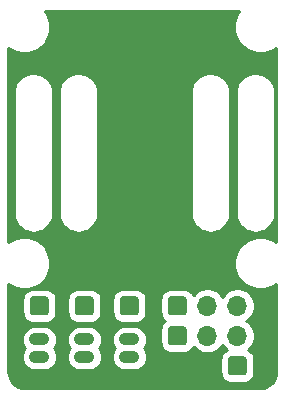
<source format=gbr>
%TF.GenerationSoftware,KiCad,Pcbnew,(5.1.9)-1*%
%TF.CreationDate,2022-05-31T00:32:49+01:00*%
%TF.ProjectId,board,626f6172-642e-46b6-9963-61645f706362,rev?*%
%TF.SameCoordinates,Original*%
%TF.FileFunction,Copper,L2,Bot*%
%TF.FilePolarity,Positive*%
%FSLAX46Y46*%
G04 Gerber Fmt 4.6, Leading zero omitted, Abs format (unit mm)*
G04 Created by KiCad (PCBNEW (5.1.9)-1) date 2022-05-31 00:32:49*
%MOMM*%
%LPD*%
G01*
G04 APERTURE LIST*
%TA.AperFunction,ComponentPad*%
%ADD10O,1.730000X1.030000*%
%TD*%
%TA.AperFunction,ComponentPad*%
%ADD11O,1.700000X1.700000*%
%TD*%
%TA.AperFunction,ComponentPad*%
%ADD12R,1.700000X1.700000*%
%TD*%
%TA.AperFunction,ViaPad*%
%ADD13C,0.800000*%
%TD*%
%TA.AperFunction,Conductor*%
%ADD14C,0.254000*%
%TD*%
%TA.AperFunction,Conductor*%
%ADD15C,0.100000*%
%TD*%
G04 APERTURE END LIST*
%TO.P,J13,1*%
%TO.N,Net-(J1-Pad6)*%
%TA.AperFunction,ComponentPad*%
G36*
G01*
X104686000Y-125434000D02*
X104686000Y-126534000D01*
G75*
G02*
X104436000Y-126784000I-250000J0D01*
G01*
X103336000Y-126784000D01*
G75*
G02*
X103086000Y-126534000I0J250000D01*
G01*
X103086000Y-125434000D01*
G75*
G02*
X103336000Y-125184000I250000J0D01*
G01*
X104436000Y-125184000D01*
G75*
G02*
X104686000Y-125434000I0J-250000D01*
G01*
G37*
%TD.AperFunction*%
%TD*%
%TO.P,J12,1*%
%TO.N,Net-(J11-Pad3)*%
%TA.AperFunction,ComponentPad*%
G36*
G01*
X116120000Y-129324000D02*
X115020000Y-129324000D01*
G75*
G02*
X114770000Y-129074000I0J250000D01*
G01*
X114770000Y-127974000D01*
G75*
G02*
X115020000Y-127724000I250000J0D01*
G01*
X116120000Y-127724000D01*
G75*
G02*
X116370000Y-127974000I0J-250000D01*
G01*
X116370000Y-129074000D01*
G75*
G02*
X116120000Y-129324000I-250000J0D01*
G01*
G37*
%TD.AperFunction*%
%TD*%
%TO.P,J10,1*%
%TO.N,+BATT*%
%TA.AperFunction,ComponentPad*%
G36*
G01*
X120100000Y-130264000D02*
X121200000Y-130264000D01*
G75*
G02*
X121450000Y-130514000I0J-250000D01*
G01*
X121450000Y-131614000D01*
G75*
G02*
X121200000Y-131864000I-250000J0D01*
G01*
X120100000Y-131864000D01*
G75*
G02*
X119850000Y-131614000I0J250000D01*
G01*
X119850000Y-130514000D01*
G75*
G02*
X120100000Y-130264000I250000J0D01*
G01*
G37*
%TD.AperFunction*%
%TD*%
%TO.P,J9,1*%
%TO.N,Net-(J1-Pad3)*%
%TA.AperFunction,ComponentPad*%
G36*
G01*
X116120000Y-126784000D02*
X115020000Y-126784000D01*
G75*
G02*
X114770000Y-126534000I0J250000D01*
G01*
X114770000Y-125434000D01*
G75*
G02*
X115020000Y-125184000I250000J0D01*
G01*
X116120000Y-125184000D01*
G75*
G02*
X116370000Y-125434000I0J-250000D01*
G01*
X116370000Y-126534000D01*
G75*
G02*
X116120000Y-126784000I-250000J0D01*
G01*
G37*
%TD.AperFunction*%
%TD*%
%TO.P,J8,1*%
%TO.N,Net-(J1-Pad4)*%
%TA.AperFunction,ComponentPad*%
G36*
G01*
X110706000Y-126534000D02*
X110706000Y-125434000D01*
G75*
G02*
X110956000Y-125184000I250000J0D01*
G01*
X112056000Y-125184000D01*
G75*
G02*
X112306000Y-125434000I0J-250000D01*
G01*
X112306000Y-126534000D01*
G75*
G02*
X112056000Y-126784000I-250000J0D01*
G01*
X110956000Y-126784000D01*
G75*
G02*
X110706000Y-126534000I0J250000D01*
G01*
G37*
%TD.AperFunction*%
%TD*%
%TO.P,J7,1*%
%TO.N,Net-(J1-Pad5)*%
%TA.AperFunction,ComponentPad*%
G36*
G01*
X106896000Y-126534000D02*
X106896000Y-125434000D01*
G75*
G02*
X107146000Y-125184000I250000J0D01*
G01*
X108246000Y-125184000D01*
G75*
G02*
X108496000Y-125434000I0J-250000D01*
G01*
X108496000Y-126534000D01*
G75*
G02*
X108246000Y-126784000I-250000J0D01*
G01*
X107146000Y-126784000D01*
G75*
G02*
X106896000Y-126534000I0J250000D01*
G01*
G37*
%TD.AperFunction*%
%TD*%
%TO.P,J6,1*%
%TO.N,GND*%
%TA.AperFunction,ComponentPad*%
G36*
G01*
X122640000Y-130264000D02*
X123740000Y-130264000D01*
G75*
G02*
X123990000Y-130514000I0J-250000D01*
G01*
X123990000Y-131614000D01*
G75*
G02*
X123740000Y-131864000I-250000J0D01*
G01*
X122640000Y-131864000D01*
G75*
G02*
X122390000Y-131614000I0J250000D01*
G01*
X122390000Y-130514000D01*
G75*
G02*
X122640000Y-130264000I250000J0D01*
G01*
G37*
%TD.AperFunction*%
%TD*%
D10*
%TO.P,J4,3*%
%TO.N,Net-(J1-Pad4)*%
X111506000Y-128826000D03*
%TO.P,J4,2*%
%TO.N,+BATT*%
X111506000Y-130326000D03*
%TO.P,J4,1*%
%TO.N,GND*%
%TA.AperFunction,ComponentPad*%
G36*
G01*
X112121001Y-132341000D02*
X110890999Y-132341000D01*
G75*
G02*
X110641000Y-132091001I0J249999D01*
G01*
X110641000Y-131560999D01*
G75*
G02*
X110890999Y-131311000I249999J0D01*
G01*
X112121001Y-131311000D01*
G75*
G02*
X112371000Y-131560999I0J-249999D01*
G01*
X112371000Y-132091001D01*
G75*
G02*
X112121001Y-132341000I-249999J0D01*
G01*
G37*
%TD.AperFunction*%
%TD*%
%TO.P,J3,3*%
%TO.N,Net-(J1-Pad5)*%
X107696000Y-128826000D03*
%TO.P,J3,2*%
%TO.N,+BATT*%
X107696000Y-130326000D03*
%TO.P,J3,1*%
%TO.N,GND*%
%TA.AperFunction,ComponentPad*%
G36*
G01*
X108311001Y-132341000D02*
X107080999Y-132341000D01*
G75*
G02*
X106831000Y-132091001I0J249999D01*
G01*
X106831000Y-131560999D01*
G75*
G02*
X107080999Y-131311000I249999J0D01*
G01*
X108311001Y-131311000D01*
G75*
G02*
X108561000Y-131560999I0J-249999D01*
G01*
X108561000Y-132091001D01*
G75*
G02*
X108311001Y-132341000I-249999J0D01*
G01*
G37*
%TD.AperFunction*%
%TD*%
%TO.P,J2,3*%
%TO.N,Net-(J1-Pad6)*%
X103886000Y-128826000D03*
%TO.P,J2,2*%
%TO.N,+BATT*%
X103886000Y-130326000D03*
%TO.P,J2,1*%
%TO.N,GND*%
%TA.AperFunction,ComponentPad*%
G36*
G01*
X104501001Y-132341000D02*
X103270999Y-132341000D01*
G75*
G02*
X103021000Y-132091001I0J249999D01*
G01*
X103021000Y-131560999D01*
G75*
G02*
X103270999Y-131311000I249999J0D01*
G01*
X104501001Y-131311000D01*
G75*
G02*
X104751000Y-131560999I0J-249999D01*
G01*
X104751000Y-132091001D01*
G75*
G02*
X104501001Y-132341000I-249999J0D01*
G01*
G37*
%TD.AperFunction*%
%TD*%
D11*
%TO.P,J11,3*%
%TO.N,Net-(J11-Pad3)*%
X118110000Y-128524000D03*
%TO.P,J11,2*%
%TO.N,+BATT*%
X120650000Y-128524000D03*
D12*
%TO.P,J11,1*%
%TO.N,GND*%
X123190000Y-128524000D03*
%TD*%
D11*
%TO.P,J5,3*%
%TO.N,Net-(J1-Pad3)*%
X118110000Y-125984000D03*
%TO.P,J5,2*%
%TO.N,+BATT*%
X120650000Y-125984000D03*
D12*
%TO.P,J5,1*%
%TO.N,GND*%
X123190000Y-125984000D03*
%TD*%
D13*
%TO.N,GND*%
X116586000Y-105918000D03*
%TD*%
D14*
%TO.N,GND*%
X120622458Y-101321120D02*
X120454582Y-101726408D01*
X120369000Y-102156660D01*
X120369000Y-102595340D01*
X120454582Y-103025592D01*
X120622458Y-103430880D01*
X120866176Y-103795630D01*
X121176370Y-104105824D01*
X121541120Y-104349542D01*
X121946408Y-104517418D01*
X122376660Y-104603000D01*
X122815340Y-104603000D01*
X123245592Y-104517418D01*
X123650880Y-104349542D01*
X123936244Y-104158868D01*
X123938494Y-120594635D01*
X123650880Y-120402458D01*
X123245592Y-120234582D01*
X122815340Y-120149000D01*
X122376660Y-120149000D01*
X121946408Y-120234582D01*
X121541120Y-120402458D01*
X121176370Y-120646176D01*
X120866176Y-120956370D01*
X120622458Y-121321120D01*
X120454582Y-121726408D01*
X120369000Y-122156660D01*
X120369000Y-122595340D01*
X120454582Y-123025592D01*
X120622458Y-123430880D01*
X120866176Y-123795630D01*
X121176370Y-124105824D01*
X121541120Y-124349542D01*
X121946408Y-124517418D01*
X122376660Y-124603000D01*
X122815340Y-124603000D01*
X123245592Y-124517418D01*
X123650880Y-124349542D01*
X123938981Y-124157039D01*
X123939996Y-131571760D01*
X123911375Y-131863660D01*
X123835965Y-132113429D01*
X123713477Y-132343794D01*
X123548579Y-132545979D01*
X123347546Y-132712288D01*
X123118046Y-132836378D01*
X122868805Y-132913531D01*
X122578911Y-132944000D01*
X102628279Y-132944000D01*
X102336340Y-132915375D01*
X102086571Y-132839965D01*
X101856206Y-132717477D01*
X101654021Y-132552579D01*
X101487712Y-132351546D01*
X101363622Y-132122046D01*
X101286469Y-131872805D01*
X101256000Y-131582911D01*
X101256000Y-128826000D01*
X102380436Y-128826000D01*
X102402640Y-129051439D01*
X102468398Y-129268215D01*
X102575184Y-129467997D01*
X102663820Y-129576000D01*
X102575184Y-129684003D01*
X102468398Y-129883785D01*
X102402640Y-130100561D01*
X102380436Y-130326000D01*
X102402640Y-130551439D01*
X102468398Y-130768215D01*
X102575184Y-130967997D01*
X102718893Y-131143107D01*
X102894003Y-131286816D01*
X103093785Y-131393602D01*
X103310561Y-131459360D01*
X103479508Y-131476000D01*
X104292492Y-131476000D01*
X104461439Y-131459360D01*
X104678215Y-131393602D01*
X104877997Y-131286816D01*
X105053107Y-131143107D01*
X105196816Y-130967997D01*
X105303602Y-130768215D01*
X105369360Y-130551439D01*
X105391564Y-130326000D01*
X105369360Y-130100561D01*
X105303602Y-129883785D01*
X105196816Y-129684003D01*
X105108180Y-129576000D01*
X105196816Y-129467997D01*
X105303602Y-129268215D01*
X105369360Y-129051439D01*
X105391564Y-128826000D01*
X106190436Y-128826000D01*
X106212640Y-129051439D01*
X106278398Y-129268215D01*
X106385184Y-129467997D01*
X106473820Y-129576000D01*
X106385184Y-129684003D01*
X106278398Y-129883785D01*
X106212640Y-130100561D01*
X106190436Y-130326000D01*
X106212640Y-130551439D01*
X106278398Y-130768215D01*
X106385184Y-130967997D01*
X106528893Y-131143107D01*
X106704003Y-131286816D01*
X106903785Y-131393602D01*
X107120561Y-131459360D01*
X107289508Y-131476000D01*
X108102492Y-131476000D01*
X108271439Y-131459360D01*
X108488215Y-131393602D01*
X108687997Y-131286816D01*
X108863107Y-131143107D01*
X109006816Y-130967997D01*
X109113602Y-130768215D01*
X109179360Y-130551439D01*
X109201564Y-130326000D01*
X109179360Y-130100561D01*
X109113602Y-129883785D01*
X109006816Y-129684003D01*
X108918180Y-129576000D01*
X109006816Y-129467997D01*
X109113602Y-129268215D01*
X109179360Y-129051439D01*
X109201564Y-128826000D01*
X110000436Y-128826000D01*
X110022640Y-129051439D01*
X110088398Y-129268215D01*
X110195184Y-129467997D01*
X110283820Y-129576000D01*
X110195184Y-129684003D01*
X110088398Y-129883785D01*
X110022640Y-130100561D01*
X110000436Y-130326000D01*
X110022640Y-130551439D01*
X110088398Y-130768215D01*
X110195184Y-130967997D01*
X110338893Y-131143107D01*
X110514003Y-131286816D01*
X110713785Y-131393602D01*
X110930561Y-131459360D01*
X111099508Y-131476000D01*
X111912492Y-131476000D01*
X112081439Y-131459360D01*
X112298215Y-131393602D01*
X112497997Y-131286816D01*
X112673107Y-131143107D01*
X112816816Y-130967997D01*
X112923602Y-130768215D01*
X112989360Y-130551439D01*
X113011564Y-130326000D01*
X112989360Y-130100561D01*
X112923602Y-129883785D01*
X112816816Y-129684003D01*
X112728180Y-129576000D01*
X112816816Y-129467997D01*
X112923602Y-129268215D01*
X112989360Y-129051439D01*
X113011564Y-128826000D01*
X112989360Y-128600561D01*
X112923602Y-128383785D01*
X112816816Y-128184003D01*
X112673107Y-128008893D01*
X112497997Y-127865184D01*
X112298215Y-127758398D01*
X112081439Y-127692640D01*
X111912492Y-127676000D01*
X111099508Y-127676000D01*
X110930561Y-127692640D01*
X110713785Y-127758398D01*
X110514003Y-127865184D01*
X110338893Y-128008893D01*
X110195184Y-128184003D01*
X110088398Y-128383785D01*
X110022640Y-128600561D01*
X110000436Y-128826000D01*
X109201564Y-128826000D01*
X109179360Y-128600561D01*
X109113602Y-128383785D01*
X109006816Y-128184003D01*
X108863107Y-128008893D01*
X108687997Y-127865184D01*
X108488215Y-127758398D01*
X108271439Y-127692640D01*
X108102492Y-127676000D01*
X107289508Y-127676000D01*
X107120561Y-127692640D01*
X106903785Y-127758398D01*
X106704003Y-127865184D01*
X106528893Y-128008893D01*
X106385184Y-128184003D01*
X106278398Y-128383785D01*
X106212640Y-128600561D01*
X106190436Y-128826000D01*
X105391564Y-128826000D01*
X105369360Y-128600561D01*
X105303602Y-128383785D01*
X105196816Y-128184003D01*
X105053107Y-128008893D01*
X104877997Y-127865184D01*
X104678215Y-127758398D01*
X104461439Y-127692640D01*
X104292492Y-127676000D01*
X103479508Y-127676000D01*
X103310561Y-127692640D01*
X103093785Y-127758398D01*
X102894003Y-127865184D01*
X102718893Y-128008893D01*
X102575184Y-128184003D01*
X102468398Y-128383785D01*
X102402640Y-128600561D01*
X102380436Y-128826000D01*
X101256000Y-128826000D01*
X101256000Y-125434000D01*
X102447928Y-125434000D01*
X102447928Y-126534000D01*
X102464992Y-126707254D01*
X102515528Y-126873850D01*
X102597595Y-127027386D01*
X102708038Y-127161962D01*
X102842614Y-127272405D01*
X102996150Y-127354472D01*
X103162746Y-127405008D01*
X103336000Y-127422072D01*
X104436000Y-127422072D01*
X104609254Y-127405008D01*
X104775850Y-127354472D01*
X104929386Y-127272405D01*
X105063962Y-127161962D01*
X105174405Y-127027386D01*
X105256472Y-126873850D01*
X105307008Y-126707254D01*
X105324072Y-126534000D01*
X105324072Y-125434000D01*
X106257928Y-125434000D01*
X106257928Y-126534000D01*
X106274992Y-126707254D01*
X106325528Y-126873850D01*
X106407595Y-127027386D01*
X106518038Y-127161962D01*
X106652614Y-127272405D01*
X106806150Y-127354472D01*
X106972746Y-127405008D01*
X107146000Y-127422072D01*
X108246000Y-127422072D01*
X108419254Y-127405008D01*
X108585850Y-127354472D01*
X108739386Y-127272405D01*
X108873962Y-127161962D01*
X108984405Y-127027386D01*
X109066472Y-126873850D01*
X109117008Y-126707254D01*
X109134072Y-126534000D01*
X109134072Y-125434000D01*
X110067928Y-125434000D01*
X110067928Y-126534000D01*
X110084992Y-126707254D01*
X110135528Y-126873850D01*
X110217595Y-127027386D01*
X110328038Y-127161962D01*
X110462614Y-127272405D01*
X110616150Y-127354472D01*
X110782746Y-127405008D01*
X110956000Y-127422072D01*
X112056000Y-127422072D01*
X112229254Y-127405008D01*
X112395850Y-127354472D01*
X112549386Y-127272405D01*
X112683962Y-127161962D01*
X112794405Y-127027386D01*
X112876472Y-126873850D01*
X112927008Y-126707254D01*
X112944072Y-126534000D01*
X112944072Y-125434000D01*
X114131928Y-125434000D01*
X114131928Y-126534000D01*
X114148992Y-126707254D01*
X114199528Y-126873850D01*
X114281595Y-127027386D01*
X114392038Y-127161962D01*
X114504187Y-127254000D01*
X114392038Y-127346038D01*
X114281595Y-127480614D01*
X114199528Y-127634150D01*
X114148992Y-127800746D01*
X114131928Y-127974000D01*
X114131928Y-129074000D01*
X114148992Y-129247254D01*
X114199528Y-129413850D01*
X114281595Y-129567386D01*
X114392038Y-129701962D01*
X114526614Y-129812405D01*
X114680150Y-129894472D01*
X114846746Y-129945008D01*
X115020000Y-129962072D01*
X116120000Y-129962072D01*
X116293254Y-129945008D01*
X116459850Y-129894472D01*
X116613386Y-129812405D01*
X116747962Y-129701962D01*
X116858405Y-129567386D01*
X116930745Y-129432049D01*
X116956525Y-129470632D01*
X117163368Y-129677475D01*
X117406589Y-129839990D01*
X117676842Y-129951932D01*
X117963740Y-130009000D01*
X118256260Y-130009000D01*
X118543158Y-129951932D01*
X118813411Y-129839990D01*
X119056632Y-129677475D01*
X119263475Y-129470632D01*
X119380000Y-129296240D01*
X119496525Y-129470632D01*
X119703368Y-129677475D01*
X119741951Y-129703255D01*
X119606614Y-129775595D01*
X119472038Y-129886038D01*
X119361595Y-130020614D01*
X119279528Y-130174150D01*
X119228992Y-130340746D01*
X119211928Y-130514000D01*
X119211928Y-131614000D01*
X119228992Y-131787254D01*
X119279528Y-131953850D01*
X119361595Y-132107386D01*
X119472038Y-132241962D01*
X119606614Y-132352405D01*
X119760150Y-132434472D01*
X119926746Y-132485008D01*
X120100000Y-132502072D01*
X121200000Y-132502072D01*
X121373254Y-132485008D01*
X121539850Y-132434472D01*
X121693386Y-132352405D01*
X121827962Y-132241962D01*
X121938405Y-132107386D01*
X122020472Y-131953850D01*
X122071008Y-131787254D01*
X122088072Y-131614000D01*
X122088072Y-130514000D01*
X122071008Y-130340746D01*
X122020472Y-130174150D01*
X121938405Y-130020614D01*
X121827962Y-129886038D01*
X121693386Y-129775595D01*
X121558049Y-129703255D01*
X121596632Y-129677475D01*
X121803475Y-129470632D01*
X121965990Y-129227411D01*
X122077932Y-128957158D01*
X122135000Y-128670260D01*
X122135000Y-128377740D01*
X122077932Y-128090842D01*
X121965990Y-127820589D01*
X121803475Y-127577368D01*
X121596632Y-127370525D01*
X121422240Y-127254000D01*
X121596632Y-127137475D01*
X121803475Y-126930632D01*
X121965990Y-126687411D01*
X122077932Y-126417158D01*
X122135000Y-126130260D01*
X122135000Y-125837740D01*
X122077932Y-125550842D01*
X121965990Y-125280589D01*
X121803475Y-125037368D01*
X121596632Y-124830525D01*
X121353411Y-124668010D01*
X121083158Y-124556068D01*
X120796260Y-124499000D01*
X120503740Y-124499000D01*
X120216842Y-124556068D01*
X119946589Y-124668010D01*
X119703368Y-124830525D01*
X119496525Y-125037368D01*
X119380000Y-125211760D01*
X119263475Y-125037368D01*
X119056632Y-124830525D01*
X118813411Y-124668010D01*
X118543158Y-124556068D01*
X118256260Y-124499000D01*
X117963740Y-124499000D01*
X117676842Y-124556068D01*
X117406589Y-124668010D01*
X117163368Y-124830525D01*
X116956525Y-125037368D01*
X116930745Y-125075951D01*
X116858405Y-124940614D01*
X116747962Y-124806038D01*
X116613386Y-124695595D01*
X116459850Y-124613528D01*
X116293254Y-124562992D01*
X116120000Y-124545928D01*
X115020000Y-124545928D01*
X114846746Y-124562992D01*
X114680150Y-124613528D01*
X114526614Y-124695595D01*
X114392038Y-124806038D01*
X114281595Y-124940614D01*
X114199528Y-125094150D01*
X114148992Y-125260746D01*
X114131928Y-125434000D01*
X112944072Y-125434000D01*
X112927008Y-125260746D01*
X112876472Y-125094150D01*
X112794405Y-124940614D01*
X112683962Y-124806038D01*
X112549386Y-124695595D01*
X112395850Y-124613528D01*
X112229254Y-124562992D01*
X112056000Y-124545928D01*
X110956000Y-124545928D01*
X110782746Y-124562992D01*
X110616150Y-124613528D01*
X110462614Y-124695595D01*
X110328038Y-124806038D01*
X110217595Y-124940614D01*
X110135528Y-125094150D01*
X110084992Y-125260746D01*
X110067928Y-125434000D01*
X109134072Y-125434000D01*
X109117008Y-125260746D01*
X109066472Y-125094150D01*
X108984405Y-124940614D01*
X108873962Y-124806038D01*
X108739386Y-124695595D01*
X108585850Y-124613528D01*
X108419254Y-124562992D01*
X108246000Y-124545928D01*
X107146000Y-124545928D01*
X106972746Y-124562992D01*
X106806150Y-124613528D01*
X106652614Y-124695595D01*
X106518038Y-124806038D01*
X106407595Y-124940614D01*
X106325528Y-125094150D01*
X106274992Y-125260746D01*
X106257928Y-125434000D01*
X105324072Y-125434000D01*
X105307008Y-125260746D01*
X105256472Y-125094150D01*
X105174405Y-124940614D01*
X105063962Y-124806038D01*
X104929386Y-124695595D01*
X104775850Y-124613528D01*
X104609254Y-124562992D01*
X104436000Y-124545928D01*
X103336000Y-124545928D01*
X103162746Y-124562992D01*
X102996150Y-124613528D01*
X102842614Y-124695595D01*
X102708038Y-124806038D01*
X102597595Y-124940614D01*
X102515528Y-125094150D01*
X102464992Y-125260746D01*
X102447928Y-125434000D01*
X101256000Y-125434000D01*
X101256000Y-124159031D01*
X101541120Y-124349542D01*
X101946408Y-124517418D01*
X102376660Y-124603000D01*
X102815340Y-124603000D01*
X103245592Y-124517418D01*
X103650880Y-124349542D01*
X104015630Y-124105824D01*
X104325824Y-123795630D01*
X104569542Y-123430880D01*
X104737418Y-123025592D01*
X104823000Y-122595340D01*
X104823000Y-122156660D01*
X104737418Y-121726408D01*
X104569542Y-121321120D01*
X104325824Y-120956370D01*
X104015630Y-120646176D01*
X103650880Y-120402458D01*
X103245592Y-120234582D01*
X102815340Y-120149000D01*
X102376660Y-120149000D01*
X101946408Y-120234582D01*
X101541120Y-120402458D01*
X101256000Y-120592969D01*
X101256000Y-107917582D01*
X101702000Y-107917582D01*
X101702001Y-118142419D01*
X101705249Y-118175397D01*
X101705249Y-118188591D01*
X101706212Y-118197756D01*
X101728315Y-118394808D01*
X101740747Y-118453295D01*
X101752370Y-118511997D01*
X101755096Y-118520800D01*
X101815052Y-118709808D01*
X101838612Y-118764778D01*
X101861414Y-118820099D01*
X101865797Y-118828205D01*
X101961324Y-119001966D01*
X101995130Y-119051338D01*
X102028221Y-119101144D01*
X102034095Y-119108245D01*
X102161552Y-119260142D01*
X102204263Y-119301968D01*
X102246441Y-119344442D01*
X102253583Y-119350266D01*
X102408116Y-119474515D01*
X102458170Y-119507269D01*
X102507765Y-119540722D01*
X102515901Y-119545048D01*
X102691625Y-119636914D01*
X102747078Y-119659318D01*
X102802233Y-119682503D01*
X102811055Y-119685166D01*
X103001276Y-119741151D01*
X103060010Y-119752355D01*
X103118633Y-119764389D01*
X103127805Y-119765288D01*
X103325277Y-119783259D01*
X103385094Y-119782841D01*
X103444911Y-119783259D01*
X103454083Y-119782359D01*
X103651284Y-119761632D01*
X103709834Y-119749613D01*
X103768639Y-119738396D01*
X103777461Y-119735732D01*
X103966882Y-119677097D01*
X104022009Y-119653924D01*
X104077492Y-119631507D01*
X104085629Y-119627181D01*
X104260052Y-119532870D01*
X104309636Y-119499425D01*
X104359699Y-119466665D01*
X104366840Y-119460841D01*
X104519624Y-119334446D01*
X104561744Y-119292031D01*
X104604513Y-119250149D01*
X104610387Y-119243048D01*
X104735711Y-119089386D01*
X104768803Y-119039577D01*
X104802610Y-118990205D01*
X104806993Y-118982098D01*
X104900084Y-118807020D01*
X104922875Y-118751725D01*
X104946446Y-118696730D01*
X104949171Y-118687926D01*
X105006482Y-118498100D01*
X105018098Y-118439434D01*
X105030537Y-118380913D01*
X105031500Y-118371748D01*
X105050850Y-118174407D01*
X105050850Y-118174402D01*
X105054000Y-118142419D01*
X105054000Y-107917582D01*
X105512000Y-107917582D01*
X105512001Y-118142419D01*
X105515249Y-118175397D01*
X105515249Y-118188591D01*
X105516212Y-118197756D01*
X105538315Y-118394808D01*
X105550747Y-118453295D01*
X105562370Y-118511997D01*
X105565096Y-118520800D01*
X105625052Y-118709808D01*
X105648612Y-118764778D01*
X105671414Y-118820099D01*
X105675797Y-118828205D01*
X105771324Y-119001966D01*
X105805130Y-119051338D01*
X105838221Y-119101144D01*
X105844095Y-119108245D01*
X105971552Y-119260142D01*
X106014263Y-119301968D01*
X106056441Y-119344442D01*
X106063583Y-119350266D01*
X106218116Y-119474515D01*
X106268170Y-119507269D01*
X106317765Y-119540722D01*
X106325901Y-119545048D01*
X106501625Y-119636914D01*
X106557078Y-119659318D01*
X106612233Y-119682503D01*
X106621055Y-119685166D01*
X106811276Y-119741151D01*
X106870010Y-119752355D01*
X106928633Y-119764389D01*
X106937805Y-119765288D01*
X107135277Y-119783259D01*
X107195094Y-119782841D01*
X107254911Y-119783259D01*
X107264083Y-119782359D01*
X107461284Y-119761632D01*
X107519834Y-119749613D01*
X107578639Y-119738396D01*
X107587461Y-119735732D01*
X107776882Y-119677097D01*
X107832009Y-119653924D01*
X107887492Y-119631507D01*
X107895629Y-119627181D01*
X108070052Y-119532870D01*
X108119636Y-119499425D01*
X108169699Y-119466665D01*
X108176840Y-119460841D01*
X108329624Y-119334446D01*
X108371744Y-119292031D01*
X108414513Y-119250149D01*
X108420387Y-119243048D01*
X108545711Y-119089386D01*
X108578803Y-119039577D01*
X108612610Y-118990205D01*
X108616993Y-118982098D01*
X108710084Y-118807020D01*
X108732875Y-118751725D01*
X108756446Y-118696730D01*
X108759171Y-118687926D01*
X108816482Y-118498100D01*
X108828098Y-118439434D01*
X108840537Y-118380913D01*
X108841500Y-118371748D01*
X108860850Y-118174407D01*
X108860850Y-118174402D01*
X108864000Y-118142419D01*
X108864000Y-107917582D01*
X116688000Y-107917582D01*
X116688001Y-118142419D01*
X116691249Y-118175397D01*
X116691249Y-118188591D01*
X116692212Y-118197756D01*
X116714315Y-118394808D01*
X116726747Y-118453295D01*
X116738370Y-118511997D01*
X116741096Y-118520800D01*
X116801052Y-118709808D01*
X116824612Y-118764778D01*
X116847414Y-118820099D01*
X116851797Y-118828205D01*
X116947324Y-119001966D01*
X116981130Y-119051338D01*
X117014221Y-119101144D01*
X117020095Y-119108245D01*
X117147552Y-119260142D01*
X117190263Y-119301968D01*
X117232441Y-119344442D01*
X117239583Y-119350266D01*
X117394116Y-119474515D01*
X117444170Y-119507269D01*
X117493765Y-119540722D01*
X117501901Y-119545048D01*
X117677625Y-119636914D01*
X117733078Y-119659318D01*
X117788233Y-119682503D01*
X117797055Y-119685166D01*
X117987276Y-119741151D01*
X118046010Y-119752355D01*
X118104633Y-119764389D01*
X118113805Y-119765288D01*
X118311277Y-119783259D01*
X118371094Y-119782841D01*
X118430911Y-119783259D01*
X118440083Y-119782359D01*
X118637284Y-119761632D01*
X118695834Y-119749613D01*
X118754639Y-119738396D01*
X118763461Y-119735732D01*
X118952882Y-119677097D01*
X119008009Y-119653924D01*
X119063492Y-119631507D01*
X119071629Y-119627181D01*
X119246052Y-119532870D01*
X119295636Y-119499425D01*
X119345699Y-119466665D01*
X119352840Y-119460841D01*
X119505624Y-119334446D01*
X119547744Y-119292031D01*
X119590513Y-119250149D01*
X119596387Y-119243048D01*
X119721711Y-119089386D01*
X119754803Y-119039577D01*
X119788610Y-118990205D01*
X119792993Y-118982098D01*
X119886084Y-118807020D01*
X119908875Y-118751725D01*
X119932446Y-118696730D01*
X119935171Y-118687926D01*
X119992482Y-118498100D01*
X120004098Y-118439434D01*
X120016537Y-118380913D01*
X120017500Y-118371748D01*
X120036850Y-118174407D01*
X120036850Y-118174402D01*
X120040000Y-118142419D01*
X120040000Y-107917582D01*
X120498000Y-107917582D01*
X120498001Y-118142419D01*
X120501249Y-118175397D01*
X120501249Y-118188591D01*
X120502212Y-118197756D01*
X120524315Y-118394808D01*
X120536747Y-118453295D01*
X120548370Y-118511997D01*
X120551096Y-118520800D01*
X120611052Y-118709808D01*
X120634612Y-118764778D01*
X120657414Y-118820099D01*
X120661797Y-118828205D01*
X120757324Y-119001966D01*
X120791130Y-119051338D01*
X120824221Y-119101144D01*
X120830095Y-119108245D01*
X120957552Y-119260142D01*
X121000263Y-119301968D01*
X121042441Y-119344442D01*
X121049583Y-119350266D01*
X121204116Y-119474515D01*
X121254170Y-119507269D01*
X121303765Y-119540722D01*
X121311901Y-119545048D01*
X121487625Y-119636914D01*
X121543078Y-119659318D01*
X121598233Y-119682503D01*
X121607055Y-119685166D01*
X121797276Y-119741151D01*
X121856010Y-119752355D01*
X121914633Y-119764389D01*
X121923805Y-119765288D01*
X122121277Y-119783259D01*
X122181094Y-119782841D01*
X122240911Y-119783259D01*
X122250083Y-119782359D01*
X122447284Y-119761632D01*
X122505834Y-119749613D01*
X122564639Y-119738396D01*
X122573461Y-119735732D01*
X122762882Y-119677097D01*
X122818009Y-119653924D01*
X122873492Y-119631507D01*
X122881629Y-119627181D01*
X123056052Y-119532870D01*
X123105636Y-119499425D01*
X123155699Y-119466665D01*
X123162840Y-119460841D01*
X123315624Y-119334446D01*
X123357744Y-119292031D01*
X123400513Y-119250149D01*
X123406387Y-119243048D01*
X123531711Y-119089386D01*
X123564803Y-119039577D01*
X123598610Y-118990205D01*
X123602993Y-118982098D01*
X123696084Y-118807020D01*
X123718875Y-118751725D01*
X123742446Y-118696730D01*
X123745171Y-118687926D01*
X123802482Y-118498100D01*
X123814098Y-118439434D01*
X123826537Y-118380913D01*
X123827500Y-118371748D01*
X123846850Y-118174407D01*
X123846850Y-118174402D01*
X123850000Y-118142419D01*
X123850000Y-107917581D01*
X123846751Y-107884593D01*
X123846751Y-107871409D01*
X123845788Y-107862244D01*
X123823685Y-107665192D01*
X123811251Y-107606699D01*
X123799630Y-107548003D01*
X123796904Y-107539200D01*
X123736948Y-107350193D01*
X123713400Y-107295249D01*
X123690586Y-107239900D01*
X123686203Y-107231794D01*
X123590676Y-107058034D01*
X123556892Y-107008695D01*
X123523779Y-106958855D01*
X123517905Y-106951755D01*
X123390448Y-106799857D01*
X123347718Y-106758013D01*
X123305559Y-106715558D01*
X123298417Y-106709734D01*
X123143883Y-106585485D01*
X123093847Y-106552742D01*
X123044235Y-106519278D01*
X123036098Y-106514952D01*
X122860375Y-106423086D01*
X122804936Y-106400688D01*
X122749768Y-106377497D01*
X122740946Y-106374834D01*
X122550724Y-106318849D01*
X122492016Y-106307650D01*
X122433367Y-106295611D01*
X122424195Y-106294712D01*
X122226723Y-106276741D01*
X122166906Y-106277159D01*
X122107088Y-106276741D01*
X122097917Y-106277641D01*
X121900715Y-106298368D01*
X121842151Y-106310390D01*
X121783362Y-106321604D01*
X121774540Y-106324268D01*
X121585118Y-106382903D01*
X121530005Y-106406071D01*
X121474507Y-106428493D01*
X121466371Y-106432820D01*
X121291947Y-106527130D01*
X121242331Y-106560597D01*
X121192301Y-106593335D01*
X121185160Y-106599159D01*
X121032376Y-106725553D01*
X120990237Y-106767988D01*
X120947487Y-106809851D01*
X120941613Y-106816952D01*
X120816289Y-106970614D01*
X120783174Y-107020456D01*
X120749390Y-107069796D01*
X120745007Y-107077902D01*
X120651916Y-107252980D01*
X120629125Y-107308275D01*
X120605554Y-107363270D01*
X120602829Y-107372073D01*
X120545518Y-107561900D01*
X120533900Y-107620580D01*
X120521463Y-107679087D01*
X120520500Y-107688252D01*
X120501150Y-107885594D01*
X120501150Y-107885599D01*
X120498000Y-107917582D01*
X120040000Y-107917582D01*
X120040000Y-107917581D01*
X120036751Y-107884593D01*
X120036751Y-107871409D01*
X120035788Y-107862244D01*
X120013685Y-107665192D01*
X120001251Y-107606699D01*
X119989630Y-107548003D01*
X119986904Y-107539200D01*
X119926948Y-107350193D01*
X119903400Y-107295249D01*
X119880586Y-107239900D01*
X119876203Y-107231794D01*
X119780676Y-107058034D01*
X119746892Y-107008695D01*
X119713779Y-106958855D01*
X119707905Y-106951755D01*
X119580448Y-106799857D01*
X119537718Y-106758013D01*
X119495559Y-106715558D01*
X119488417Y-106709734D01*
X119333883Y-106585485D01*
X119283847Y-106552742D01*
X119234235Y-106519278D01*
X119226098Y-106514952D01*
X119050375Y-106423086D01*
X118994936Y-106400688D01*
X118939768Y-106377497D01*
X118930946Y-106374834D01*
X118740724Y-106318849D01*
X118682016Y-106307650D01*
X118623367Y-106295611D01*
X118614195Y-106294712D01*
X118416723Y-106276741D01*
X118356906Y-106277159D01*
X118297088Y-106276741D01*
X118287917Y-106277641D01*
X118090715Y-106298368D01*
X118032151Y-106310390D01*
X117973362Y-106321604D01*
X117964540Y-106324268D01*
X117775118Y-106382903D01*
X117720005Y-106406071D01*
X117664507Y-106428493D01*
X117656371Y-106432820D01*
X117481947Y-106527130D01*
X117432331Y-106560597D01*
X117382301Y-106593335D01*
X117375160Y-106599159D01*
X117222376Y-106725553D01*
X117180237Y-106767988D01*
X117137487Y-106809851D01*
X117131613Y-106816952D01*
X117006289Y-106970614D01*
X116973174Y-107020456D01*
X116939390Y-107069796D01*
X116935007Y-107077902D01*
X116841916Y-107252980D01*
X116819125Y-107308275D01*
X116795554Y-107363270D01*
X116792829Y-107372073D01*
X116735518Y-107561900D01*
X116723900Y-107620580D01*
X116711463Y-107679087D01*
X116710500Y-107688252D01*
X116691150Y-107885594D01*
X116691150Y-107885599D01*
X116688000Y-107917582D01*
X108864000Y-107917582D01*
X108864000Y-107917581D01*
X108860751Y-107884593D01*
X108860751Y-107871409D01*
X108859788Y-107862244D01*
X108837685Y-107665192D01*
X108825251Y-107606699D01*
X108813630Y-107548003D01*
X108810904Y-107539200D01*
X108750948Y-107350193D01*
X108727400Y-107295249D01*
X108704586Y-107239900D01*
X108700203Y-107231794D01*
X108604676Y-107058034D01*
X108570892Y-107008695D01*
X108537779Y-106958855D01*
X108531905Y-106951755D01*
X108404448Y-106799857D01*
X108361718Y-106758013D01*
X108319559Y-106715558D01*
X108312417Y-106709734D01*
X108157883Y-106585485D01*
X108107847Y-106552742D01*
X108058235Y-106519278D01*
X108050098Y-106514952D01*
X107874375Y-106423086D01*
X107818936Y-106400688D01*
X107763768Y-106377497D01*
X107754946Y-106374834D01*
X107564724Y-106318849D01*
X107506016Y-106307650D01*
X107447367Y-106295611D01*
X107438195Y-106294712D01*
X107240723Y-106276741D01*
X107180906Y-106277159D01*
X107121088Y-106276741D01*
X107111917Y-106277641D01*
X106914715Y-106298368D01*
X106856151Y-106310390D01*
X106797362Y-106321604D01*
X106788540Y-106324268D01*
X106599118Y-106382903D01*
X106544005Y-106406071D01*
X106488507Y-106428493D01*
X106480371Y-106432820D01*
X106305947Y-106527130D01*
X106256331Y-106560597D01*
X106206301Y-106593335D01*
X106199160Y-106599159D01*
X106046376Y-106725553D01*
X106004237Y-106767988D01*
X105961487Y-106809851D01*
X105955613Y-106816952D01*
X105830289Y-106970614D01*
X105797174Y-107020456D01*
X105763390Y-107069796D01*
X105759007Y-107077902D01*
X105665916Y-107252980D01*
X105643125Y-107308275D01*
X105619554Y-107363270D01*
X105616829Y-107372073D01*
X105559518Y-107561900D01*
X105547900Y-107620580D01*
X105535463Y-107679087D01*
X105534500Y-107688252D01*
X105515150Y-107885594D01*
X105515150Y-107885599D01*
X105512000Y-107917582D01*
X105054000Y-107917582D01*
X105054000Y-107917581D01*
X105050751Y-107884593D01*
X105050751Y-107871409D01*
X105049788Y-107862244D01*
X105027685Y-107665192D01*
X105015251Y-107606699D01*
X105003630Y-107548003D01*
X105000904Y-107539200D01*
X104940948Y-107350193D01*
X104917400Y-107295249D01*
X104894586Y-107239900D01*
X104890203Y-107231794D01*
X104794676Y-107058034D01*
X104760892Y-107008695D01*
X104727779Y-106958855D01*
X104721905Y-106951755D01*
X104594448Y-106799857D01*
X104551718Y-106758013D01*
X104509559Y-106715558D01*
X104502417Y-106709734D01*
X104347883Y-106585485D01*
X104297847Y-106552742D01*
X104248235Y-106519278D01*
X104240098Y-106514952D01*
X104064375Y-106423086D01*
X104008936Y-106400688D01*
X103953768Y-106377497D01*
X103944946Y-106374834D01*
X103754724Y-106318849D01*
X103696016Y-106307650D01*
X103637367Y-106295611D01*
X103628195Y-106294712D01*
X103430723Y-106276741D01*
X103370906Y-106277159D01*
X103311088Y-106276741D01*
X103301917Y-106277641D01*
X103104715Y-106298368D01*
X103046151Y-106310390D01*
X102987362Y-106321604D01*
X102978540Y-106324268D01*
X102789118Y-106382903D01*
X102734005Y-106406071D01*
X102678507Y-106428493D01*
X102670371Y-106432820D01*
X102495947Y-106527130D01*
X102446331Y-106560597D01*
X102396301Y-106593335D01*
X102389160Y-106599159D01*
X102236376Y-106725553D01*
X102194237Y-106767988D01*
X102151487Y-106809851D01*
X102145613Y-106816952D01*
X102020289Y-106970614D01*
X101987174Y-107020456D01*
X101953390Y-107069796D01*
X101949007Y-107077902D01*
X101855916Y-107252980D01*
X101833125Y-107308275D01*
X101809554Y-107363270D01*
X101806829Y-107372073D01*
X101749518Y-107561900D01*
X101737900Y-107620580D01*
X101725463Y-107679087D01*
X101724500Y-107688252D01*
X101705150Y-107885594D01*
X101705150Y-107885599D01*
X101702000Y-107917582D01*
X101256000Y-107917582D01*
X101256000Y-104159031D01*
X101541120Y-104349542D01*
X101946408Y-104517418D01*
X102376660Y-104603000D01*
X102815340Y-104603000D01*
X103245592Y-104517418D01*
X103650880Y-104349542D01*
X104015630Y-104105824D01*
X104325824Y-103795630D01*
X104569542Y-103430880D01*
X104737418Y-103025592D01*
X104823000Y-102595340D01*
X104823000Y-102156660D01*
X104737418Y-101726408D01*
X104569542Y-101321120D01*
X104379031Y-101036000D01*
X120812969Y-101036000D01*
X120622458Y-101321120D01*
%TA.AperFunction,Conductor*%
D15*
G36*
X120622458Y-101321120D02*
G01*
X120454582Y-101726408D01*
X120369000Y-102156660D01*
X120369000Y-102595340D01*
X120454582Y-103025592D01*
X120622458Y-103430880D01*
X120866176Y-103795630D01*
X121176370Y-104105824D01*
X121541120Y-104349542D01*
X121946408Y-104517418D01*
X122376660Y-104603000D01*
X122815340Y-104603000D01*
X123245592Y-104517418D01*
X123650880Y-104349542D01*
X123936244Y-104158868D01*
X123938494Y-120594635D01*
X123650880Y-120402458D01*
X123245592Y-120234582D01*
X122815340Y-120149000D01*
X122376660Y-120149000D01*
X121946408Y-120234582D01*
X121541120Y-120402458D01*
X121176370Y-120646176D01*
X120866176Y-120956370D01*
X120622458Y-121321120D01*
X120454582Y-121726408D01*
X120369000Y-122156660D01*
X120369000Y-122595340D01*
X120454582Y-123025592D01*
X120622458Y-123430880D01*
X120866176Y-123795630D01*
X121176370Y-124105824D01*
X121541120Y-124349542D01*
X121946408Y-124517418D01*
X122376660Y-124603000D01*
X122815340Y-124603000D01*
X123245592Y-124517418D01*
X123650880Y-124349542D01*
X123938981Y-124157039D01*
X123939996Y-131571760D01*
X123911375Y-131863660D01*
X123835965Y-132113429D01*
X123713477Y-132343794D01*
X123548579Y-132545979D01*
X123347546Y-132712288D01*
X123118046Y-132836378D01*
X122868805Y-132913531D01*
X122578911Y-132944000D01*
X102628279Y-132944000D01*
X102336340Y-132915375D01*
X102086571Y-132839965D01*
X101856206Y-132717477D01*
X101654021Y-132552579D01*
X101487712Y-132351546D01*
X101363622Y-132122046D01*
X101286469Y-131872805D01*
X101256000Y-131582911D01*
X101256000Y-128826000D01*
X102380436Y-128826000D01*
X102402640Y-129051439D01*
X102468398Y-129268215D01*
X102575184Y-129467997D01*
X102663820Y-129576000D01*
X102575184Y-129684003D01*
X102468398Y-129883785D01*
X102402640Y-130100561D01*
X102380436Y-130326000D01*
X102402640Y-130551439D01*
X102468398Y-130768215D01*
X102575184Y-130967997D01*
X102718893Y-131143107D01*
X102894003Y-131286816D01*
X103093785Y-131393602D01*
X103310561Y-131459360D01*
X103479508Y-131476000D01*
X104292492Y-131476000D01*
X104461439Y-131459360D01*
X104678215Y-131393602D01*
X104877997Y-131286816D01*
X105053107Y-131143107D01*
X105196816Y-130967997D01*
X105303602Y-130768215D01*
X105369360Y-130551439D01*
X105391564Y-130326000D01*
X105369360Y-130100561D01*
X105303602Y-129883785D01*
X105196816Y-129684003D01*
X105108180Y-129576000D01*
X105196816Y-129467997D01*
X105303602Y-129268215D01*
X105369360Y-129051439D01*
X105391564Y-128826000D01*
X106190436Y-128826000D01*
X106212640Y-129051439D01*
X106278398Y-129268215D01*
X106385184Y-129467997D01*
X106473820Y-129576000D01*
X106385184Y-129684003D01*
X106278398Y-129883785D01*
X106212640Y-130100561D01*
X106190436Y-130326000D01*
X106212640Y-130551439D01*
X106278398Y-130768215D01*
X106385184Y-130967997D01*
X106528893Y-131143107D01*
X106704003Y-131286816D01*
X106903785Y-131393602D01*
X107120561Y-131459360D01*
X107289508Y-131476000D01*
X108102492Y-131476000D01*
X108271439Y-131459360D01*
X108488215Y-131393602D01*
X108687997Y-131286816D01*
X108863107Y-131143107D01*
X109006816Y-130967997D01*
X109113602Y-130768215D01*
X109179360Y-130551439D01*
X109201564Y-130326000D01*
X109179360Y-130100561D01*
X109113602Y-129883785D01*
X109006816Y-129684003D01*
X108918180Y-129576000D01*
X109006816Y-129467997D01*
X109113602Y-129268215D01*
X109179360Y-129051439D01*
X109201564Y-128826000D01*
X110000436Y-128826000D01*
X110022640Y-129051439D01*
X110088398Y-129268215D01*
X110195184Y-129467997D01*
X110283820Y-129576000D01*
X110195184Y-129684003D01*
X110088398Y-129883785D01*
X110022640Y-130100561D01*
X110000436Y-130326000D01*
X110022640Y-130551439D01*
X110088398Y-130768215D01*
X110195184Y-130967997D01*
X110338893Y-131143107D01*
X110514003Y-131286816D01*
X110713785Y-131393602D01*
X110930561Y-131459360D01*
X111099508Y-131476000D01*
X111912492Y-131476000D01*
X112081439Y-131459360D01*
X112298215Y-131393602D01*
X112497997Y-131286816D01*
X112673107Y-131143107D01*
X112816816Y-130967997D01*
X112923602Y-130768215D01*
X112989360Y-130551439D01*
X113011564Y-130326000D01*
X112989360Y-130100561D01*
X112923602Y-129883785D01*
X112816816Y-129684003D01*
X112728180Y-129576000D01*
X112816816Y-129467997D01*
X112923602Y-129268215D01*
X112989360Y-129051439D01*
X113011564Y-128826000D01*
X112989360Y-128600561D01*
X112923602Y-128383785D01*
X112816816Y-128184003D01*
X112673107Y-128008893D01*
X112497997Y-127865184D01*
X112298215Y-127758398D01*
X112081439Y-127692640D01*
X111912492Y-127676000D01*
X111099508Y-127676000D01*
X110930561Y-127692640D01*
X110713785Y-127758398D01*
X110514003Y-127865184D01*
X110338893Y-128008893D01*
X110195184Y-128184003D01*
X110088398Y-128383785D01*
X110022640Y-128600561D01*
X110000436Y-128826000D01*
X109201564Y-128826000D01*
X109179360Y-128600561D01*
X109113602Y-128383785D01*
X109006816Y-128184003D01*
X108863107Y-128008893D01*
X108687997Y-127865184D01*
X108488215Y-127758398D01*
X108271439Y-127692640D01*
X108102492Y-127676000D01*
X107289508Y-127676000D01*
X107120561Y-127692640D01*
X106903785Y-127758398D01*
X106704003Y-127865184D01*
X106528893Y-128008893D01*
X106385184Y-128184003D01*
X106278398Y-128383785D01*
X106212640Y-128600561D01*
X106190436Y-128826000D01*
X105391564Y-128826000D01*
X105369360Y-128600561D01*
X105303602Y-128383785D01*
X105196816Y-128184003D01*
X105053107Y-128008893D01*
X104877997Y-127865184D01*
X104678215Y-127758398D01*
X104461439Y-127692640D01*
X104292492Y-127676000D01*
X103479508Y-127676000D01*
X103310561Y-127692640D01*
X103093785Y-127758398D01*
X102894003Y-127865184D01*
X102718893Y-128008893D01*
X102575184Y-128184003D01*
X102468398Y-128383785D01*
X102402640Y-128600561D01*
X102380436Y-128826000D01*
X101256000Y-128826000D01*
X101256000Y-125434000D01*
X102447928Y-125434000D01*
X102447928Y-126534000D01*
X102464992Y-126707254D01*
X102515528Y-126873850D01*
X102597595Y-127027386D01*
X102708038Y-127161962D01*
X102842614Y-127272405D01*
X102996150Y-127354472D01*
X103162746Y-127405008D01*
X103336000Y-127422072D01*
X104436000Y-127422072D01*
X104609254Y-127405008D01*
X104775850Y-127354472D01*
X104929386Y-127272405D01*
X105063962Y-127161962D01*
X105174405Y-127027386D01*
X105256472Y-126873850D01*
X105307008Y-126707254D01*
X105324072Y-126534000D01*
X105324072Y-125434000D01*
X106257928Y-125434000D01*
X106257928Y-126534000D01*
X106274992Y-126707254D01*
X106325528Y-126873850D01*
X106407595Y-127027386D01*
X106518038Y-127161962D01*
X106652614Y-127272405D01*
X106806150Y-127354472D01*
X106972746Y-127405008D01*
X107146000Y-127422072D01*
X108246000Y-127422072D01*
X108419254Y-127405008D01*
X108585850Y-127354472D01*
X108739386Y-127272405D01*
X108873962Y-127161962D01*
X108984405Y-127027386D01*
X109066472Y-126873850D01*
X109117008Y-126707254D01*
X109134072Y-126534000D01*
X109134072Y-125434000D01*
X110067928Y-125434000D01*
X110067928Y-126534000D01*
X110084992Y-126707254D01*
X110135528Y-126873850D01*
X110217595Y-127027386D01*
X110328038Y-127161962D01*
X110462614Y-127272405D01*
X110616150Y-127354472D01*
X110782746Y-127405008D01*
X110956000Y-127422072D01*
X112056000Y-127422072D01*
X112229254Y-127405008D01*
X112395850Y-127354472D01*
X112549386Y-127272405D01*
X112683962Y-127161962D01*
X112794405Y-127027386D01*
X112876472Y-126873850D01*
X112927008Y-126707254D01*
X112944072Y-126534000D01*
X112944072Y-125434000D01*
X114131928Y-125434000D01*
X114131928Y-126534000D01*
X114148992Y-126707254D01*
X114199528Y-126873850D01*
X114281595Y-127027386D01*
X114392038Y-127161962D01*
X114504187Y-127254000D01*
X114392038Y-127346038D01*
X114281595Y-127480614D01*
X114199528Y-127634150D01*
X114148992Y-127800746D01*
X114131928Y-127974000D01*
X114131928Y-129074000D01*
X114148992Y-129247254D01*
X114199528Y-129413850D01*
X114281595Y-129567386D01*
X114392038Y-129701962D01*
X114526614Y-129812405D01*
X114680150Y-129894472D01*
X114846746Y-129945008D01*
X115020000Y-129962072D01*
X116120000Y-129962072D01*
X116293254Y-129945008D01*
X116459850Y-129894472D01*
X116613386Y-129812405D01*
X116747962Y-129701962D01*
X116858405Y-129567386D01*
X116930745Y-129432049D01*
X116956525Y-129470632D01*
X117163368Y-129677475D01*
X117406589Y-129839990D01*
X117676842Y-129951932D01*
X117963740Y-130009000D01*
X118256260Y-130009000D01*
X118543158Y-129951932D01*
X118813411Y-129839990D01*
X119056632Y-129677475D01*
X119263475Y-129470632D01*
X119380000Y-129296240D01*
X119496525Y-129470632D01*
X119703368Y-129677475D01*
X119741951Y-129703255D01*
X119606614Y-129775595D01*
X119472038Y-129886038D01*
X119361595Y-130020614D01*
X119279528Y-130174150D01*
X119228992Y-130340746D01*
X119211928Y-130514000D01*
X119211928Y-131614000D01*
X119228992Y-131787254D01*
X119279528Y-131953850D01*
X119361595Y-132107386D01*
X119472038Y-132241962D01*
X119606614Y-132352405D01*
X119760150Y-132434472D01*
X119926746Y-132485008D01*
X120100000Y-132502072D01*
X121200000Y-132502072D01*
X121373254Y-132485008D01*
X121539850Y-132434472D01*
X121693386Y-132352405D01*
X121827962Y-132241962D01*
X121938405Y-132107386D01*
X122020472Y-131953850D01*
X122071008Y-131787254D01*
X122088072Y-131614000D01*
X122088072Y-130514000D01*
X122071008Y-130340746D01*
X122020472Y-130174150D01*
X121938405Y-130020614D01*
X121827962Y-129886038D01*
X121693386Y-129775595D01*
X121558049Y-129703255D01*
X121596632Y-129677475D01*
X121803475Y-129470632D01*
X121965990Y-129227411D01*
X122077932Y-128957158D01*
X122135000Y-128670260D01*
X122135000Y-128377740D01*
X122077932Y-128090842D01*
X121965990Y-127820589D01*
X121803475Y-127577368D01*
X121596632Y-127370525D01*
X121422240Y-127254000D01*
X121596632Y-127137475D01*
X121803475Y-126930632D01*
X121965990Y-126687411D01*
X122077932Y-126417158D01*
X122135000Y-126130260D01*
X122135000Y-125837740D01*
X122077932Y-125550842D01*
X121965990Y-125280589D01*
X121803475Y-125037368D01*
X121596632Y-124830525D01*
X121353411Y-124668010D01*
X121083158Y-124556068D01*
X120796260Y-124499000D01*
X120503740Y-124499000D01*
X120216842Y-124556068D01*
X119946589Y-124668010D01*
X119703368Y-124830525D01*
X119496525Y-125037368D01*
X119380000Y-125211760D01*
X119263475Y-125037368D01*
X119056632Y-124830525D01*
X118813411Y-124668010D01*
X118543158Y-124556068D01*
X118256260Y-124499000D01*
X117963740Y-124499000D01*
X117676842Y-124556068D01*
X117406589Y-124668010D01*
X117163368Y-124830525D01*
X116956525Y-125037368D01*
X116930745Y-125075951D01*
X116858405Y-124940614D01*
X116747962Y-124806038D01*
X116613386Y-124695595D01*
X116459850Y-124613528D01*
X116293254Y-124562992D01*
X116120000Y-124545928D01*
X115020000Y-124545928D01*
X114846746Y-124562992D01*
X114680150Y-124613528D01*
X114526614Y-124695595D01*
X114392038Y-124806038D01*
X114281595Y-124940614D01*
X114199528Y-125094150D01*
X114148992Y-125260746D01*
X114131928Y-125434000D01*
X112944072Y-125434000D01*
X112927008Y-125260746D01*
X112876472Y-125094150D01*
X112794405Y-124940614D01*
X112683962Y-124806038D01*
X112549386Y-124695595D01*
X112395850Y-124613528D01*
X112229254Y-124562992D01*
X112056000Y-124545928D01*
X110956000Y-124545928D01*
X110782746Y-124562992D01*
X110616150Y-124613528D01*
X110462614Y-124695595D01*
X110328038Y-124806038D01*
X110217595Y-124940614D01*
X110135528Y-125094150D01*
X110084992Y-125260746D01*
X110067928Y-125434000D01*
X109134072Y-125434000D01*
X109117008Y-125260746D01*
X109066472Y-125094150D01*
X108984405Y-124940614D01*
X108873962Y-124806038D01*
X108739386Y-124695595D01*
X108585850Y-124613528D01*
X108419254Y-124562992D01*
X108246000Y-124545928D01*
X107146000Y-124545928D01*
X106972746Y-124562992D01*
X106806150Y-124613528D01*
X106652614Y-124695595D01*
X106518038Y-124806038D01*
X106407595Y-124940614D01*
X106325528Y-125094150D01*
X106274992Y-125260746D01*
X106257928Y-125434000D01*
X105324072Y-125434000D01*
X105307008Y-125260746D01*
X105256472Y-125094150D01*
X105174405Y-124940614D01*
X105063962Y-124806038D01*
X104929386Y-124695595D01*
X104775850Y-124613528D01*
X104609254Y-124562992D01*
X104436000Y-124545928D01*
X103336000Y-124545928D01*
X103162746Y-124562992D01*
X102996150Y-124613528D01*
X102842614Y-124695595D01*
X102708038Y-124806038D01*
X102597595Y-124940614D01*
X102515528Y-125094150D01*
X102464992Y-125260746D01*
X102447928Y-125434000D01*
X101256000Y-125434000D01*
X101256000Y-124159031D01*
X101541120Y-124349542D01*
X101946408Y-124517418D01*
X102376660Y-124603000D01*
X102815340Y-124603000D01*
X103245592Y-124517418D01*
X103650880Y-124349542D01*
X104015630Y-124105824D01*
X104325824Y-123795630D01*
X104569542Y-123430880D01*
X104737418Y-123025592D01*
X104823000Y-122595340D01*
X104823000Y-122156660D01*
X104737418Y-121726408D01*
X104569542Y-121321120D01*
X104325824Y-120956370D01*
X104015630Y-120646176D01*
X103650880Y-120402458D01*
X103245592Y-120234582D01*
X102815340Y-120149000D01*
X102376660Y-120149000D01*
X101946408Y-120234582D01*
X101541120Y-120402458D01*
X101256000Y-120592969D01*
X101256000Y-107917582D01*
X101702000Y-107917582D01*
X101702001Y-118142419D01*
X101705249Y-118175397D01*
X101705249Y-118188591D01*
X101706212Y-118197756D01*
X101728315Y-118394808D01*
X101740747Y-118453295D01*
X101752370Y-118511997D01*
X101755096Y-118520800D01*
X101815052Y-118709808D01*
X101838612Y-118764778D01*
X101861414Y-118820099D01*
X101865797Y-118828205D01*
X101961324Y-119001966D01*
X101995130Y-119051338D01*
X102028221Y-119101144D01*
X102034095Y-119108245D01*
X102161552Y-119260142D01*
X102204263Y-119301968D01*
X102246441Y-119344442D01*
X102253583Y-119350266D01*
X102408116Y-119474515D01*
X102458170Y-119507269D01*
X102507765Y-119540722D01*
X102515901Y-119545048D01*
X102691625Y-119636914D01*
X102747078Y-119659318D01*
X102802233Y-119682503D01*
X102811055Y-119685166D01*
X103001276Y-119741151D01*
X103060010Y-119752355D01*
X103118633Y-119764389D01*
X103127805Y-119765288D01*
X103325277Y-119783259D01*
X103385094Y-119782841D01*
X103444911Y-119783259D01*
X103454083Y-119782359D01*
X103651284Y-119761632D01*
X103709834Y-119749613D01*
X103768639Y-119738396D01*
X103777461Y-119735732D01*
X103966882Y-119677097D01*
X104022009Y-119653924D01*
X104077492Y-119631507D01*
X104085629Y-119627181D01*
X104260052Y-119532870D01*
X104309636Y-119499425D01*
X104359699Y-119466665D01*
X104366840Y-119460841D01*
X104519624Y-119334446D01*
X104561744Y-119292031D01*
X104604513Y-119250149D01*
X104610387Y-119243048D01*
X104735711Y-119089386D01*
X104768803Y-119039577D01*
X104802610Y-118990205D01*
X104806993Y-118982098D01*
X104900084Y-118807020D01*
X104922875Y-118751725D01*
X104946446Y-118696730D01*
X104949171Y-118687926D01*
X105006482Y-118498100D01*
X105018098Y-118439434D01*
X105030537Y-118380913D01*
X105031500Y-118371748D01*
X105050850Y-118174407D01*
X105050850Y-118174402D01*
X105054000Y-118142419D01*
X105054000Y-107917582D01*
X105512000Y-107917582D01*
X105512001Y-118142419D01*
X105515249Y-118175397D01*
X105515249Y-118188591D01*
X105516212Y-118197756D01*
X105538315Y-118394808D01*
X105550747Y-118453295D01*
X105562370Y-118511997D01*
X105565096Y-118520800D01*
X105625052Y-118709808D01*
X105648612Y-118764778D01*
X105671414Y-118820099D01*
X105675797Y-118828205D01*
X105771324Y-119001966D01*
X105805130Y-119051338D01*
X105838221Y-119101144D01*
X105844095Y-119108245D01*
X105971552Y-119260142D01*
X106014263Y-119301968D01*
X106056441Y-119344442D01*
X106063583Y-119350266D01*
X106218116Y-119474515D01*
X106268170Y-119507269D01*
X106317765Y-119540722D01*
X106325901Y-119545048D01*
X106501625Y-119636914D01*
X106557078Y-119659318D01*
X106612233Y-119682503D01*
X106621055Y-119685166D01*
X106811276Y-119741151D01*
X106870010Y-119752355D01*
X106928633Y-119764389D01*
X106937805Y-119765288D01*
X107135277Y-119783259D01*
X107195094Y-119782841D01*
X107254911Y-119783259D01*
X107264083Y-119782359D01*
X107461284Y-119761632D01*
X107519834Y-119749613D01*
X107578639Y-119738396D01*
X107587461Y-119735732D01*
X107776882Y-119677097D01*
X107832009Y-119653924D01*
X107887492Y-119631507D01*
X107895629Y-119627181D01*
X108070052Y-119532870D01*
X108119636Y-119499425D01*
X108169699Y-119466665D01*
X108176840Y-119460841D01*
X108329624Y-119334446D01*
X108371744Y-119292031D01*
X108414513Y-119250149D01*
X108420387Y-119243048D01*
X108545711Y-119089386D01*
X108578803Y-119039577D01*
X108612610Y-118990205D01*
X108616993Y-118982098D01*
X108710084Y-118807020D01*
X108732875Y-118751725D01*
X108756446Y-118696730D01*
X108759171Y-118687926D01*
X108816482Y-118498100D01*
X108828098Y-118439434D01*
X108840537Y-118380913D01*
X108841500Y-118371748D01*
X108860850Y-118174407D01*
X108860850Y-118174402D01*
X108864000Y-118142419D01*
X108864000Y-107917582D01*
X116688000Y-107917582D01*
X116688001Y-118142419D01*
X116691249Y-118175397D01*
X116691249Y-118188591D01*
X116692212Y-118197756D01*
X116714315Y-118394808D01*
X116726747Y-118453295D01*
X116738370Y-118511997D01*
X116741096Y-118520800D01*
X116801052Y-118709808D01*
X116824612Y-118764778D01*
X116847414Y-118820099D01*
X116851797Y-118828205D01*
X116947324Y-119001966D01*
X116981130Y-119051338D01*
X117014221Y-119101144D01*
X117020095Y-119108245D01*
X117147552Y-119260142D01*
X117190263Y-119301968D01*
X117232441Y-119344442D01*
X117239583Y-119350266D01*
X117394116Y-119474515D01*
X117444170Y-119507269D01*
X117493765Y-119540722D01*
X117501901Y-119545048D01*
X117677625Y-119636914D01*
X117733078Y-119659318D01*
X117788233Y-119682503D01*
X117797055Y-119685166D01*
X117987276Y-119741151D01*
X118046010Y-119752355D01*
X118104633Y-119764389D01*
X118113805Y-119765288D01*
X118311277Y-119783259D01*
X118371094Y-119782841D01*
X118430911Y-119783259D01*
X118440083Y-119782359D01*
X118637284Y-119761632D01*
X118695834Y-119749613D01*
X118754639Y-119738396D01*
X118763461Y-119735732D01*
X118952882Y-119677097D01*
X119008009Y-119653924D01*
X119063492Y-119631507D01*
X119071629Y-119627181D01*
X119246052Y-119532870D01*
X119295636Y-119499425D01*
X119345699Y-119466665D01*
X119352840Y-119460841D01*
X119505624Y-119334446D01*
X119547744Y-119292031D01*
X119590513Y-119250149D01*
X119596387Y-119243048D01*
X119721711Y-119089386D01*
X119754803Y-119039577D01*
X119788610Y-118990205D01*
X119792993Y-118982098D01*
X119886084Y-118807020D01*
X119908875Y-118751725D01*
X119932446Y-118696730D01*
X119935171Y-118687926D01*
X119992482Y-118498100D01*
X120004098Y-118439434D01*
X120016537Y-118380913D01*
X120017500Y-118371748D01*
X120036850Y-118174407D01*
X120036850Y-118174402D01*
X120040000Y-118142419D01*
X120040000Y-107917582D01*
X120498000Y-107917582D01*
X120498001Y-118142419D01*
X120501249Y-118175397D01*
X120501249Y-118188591D01*
X120502212Y-118197756D01*
X120524315Y-118394808D01*
X120536747Y-118453295D01*
X120548370Y-118511997D01*
X120551096Y-118520800D01*
X120611052Y-118709808D01*
X120634612Y-118764778D01*
X120657414Y-118820099D01*
X120661797Y-118828205D01*
X120757324Y-119001966D01*
X120791130Y-119051338D01*
X120824221Y-119101144D01*
X120830095Y-119108245D01*
X120957552Y-119260142D01*
X121000263Y-119301968D01*
X121042441Y-119344442D01*
X121049583Y-119350266D01*
X121204116Y-119474515D01*
X121254170Y-119507269D01*
X121303765Y-119540722D01*
X121311901Y-119545048D01*
X121487625Y-119636914D01*
X121543078Y-119659318D01*
X121598233Y-119682503D01*
X121607055Y-119685166D01*
X121797276Y-119741151D01*
X121856010Y-119752355D01*
X121914633Y-119764389D01*
X121923805Y-119765288D01*
X122121277Y-119783259D01*
X122181094Y-119782841D01*
X122240911Y-119783259D01*
X122250083Y-119782359D01*
X122447284Y-119761632D01*
X122505834Y-119749613D01*
X122564639Y-119738396D01*
X122573461Y-119735732D01*
X122762882Y-119677097D01*
X122818009Y-119653924D01*
X122873492Y-119631507D01*
X122881629Y-119627181D01*
X123056052Y-119532870D01*
X123105636Y-119499425D01*
X123155699Y-119466665D01*
X123162840Y-119460841D01*
X123315624Y-119334446D01*
X123357744Y-119292031D01*
X123400513Y-119250149D01*
X123406387Y-119243048D01*
X123531711Y-119089386D01*
X123564803Y-119039577D01*
X123598610Y-118990205D01*
X123602993Y-118982098D01*
X123696084Y-118807020D01*
X123718875Y-118751725D01*
X123742446Y-118696730D01*
X123745171Y-118687926D01*
X123802482Y-118498100D01*
X123814098Y-118439434D01*
X123826537Y-118380913D01*
X123827500Y-118371748D01*
X123846850Y-118174407D01*
X123846850Y-118174402D01*
X123850000Y-118142419D01*
X123850000Y-107917581D01*
X123846751Y-107884593D01*
X123846751Y-107871409D01*
X123845788Y-107862244D01*
X123823685Y-107665192D01*
X123811251Y-107606699D01*
X123799630Y-107548003D01*
X123796904Y-107539200D01*
X123736948Y-107350193D01*
X123713400Y-107295249D01*
X123690586Y-107239900D01*
X123686203Y-107231794D01*
X123590676Y-107058034D01*
X123556892Y-107008695D01*
X123523779Y-106958855D01*
X123517905Y-106951755D01*
X123390448Y-106799857D01*
X123347718Y-106758013D01*
X123305559Y-106715558D01*
X123298417Y-106709734D01*
X123143883Y-106585485D01*
X123093847Y-106552742D01*
X123044235Y-106519278D01*
X123036098Y-106514952D01*
X122860375Y-106423086D01*
X122804936Y-106400688D01*
X122749768Y-106377497D01*
X122740946Y-106374834D01*
X122550724Y-106318849D01*
X122492016Y-106307650D01*
X122433367Y-106295611D01*
X122424195Y-106294712D01*
X122226723Y-106276741D01*
X122166906Y-106277159D01*
X122107088Y-106276741D01*
X122097917Y-106277641D01*
X121900715Y-106298368D01*
X121842151Y-106310390D01*
X121783362Y-106321604D01*
X121774540Y-106324268D01*
X121585118Y-106382903D01*
X121530005Y-106406071D01*
X121474507Y-106428493D01*
X121466371Y-106432820D01*
X121291947Y-106527130D01*
X121242331Y-106560597D01*
X121192301Y-106593335D01*
X121185160Y-106599159D01*
X121032376Y-106725553D01*
X120990237Y-106767988D01*
X120947487Y-106809851D01*
X120941613Y-106816952D01*
X120816289Y-106970614D01*
X120783174Y-107020456D01*
X120749390Y-107069796D01*
X120745007Y-107077902D01*
X120651916Y-107252980D01*
X120629125Y-107308275D01*
X120605554Y-107363270D01*
X120602829Y-107372073D01*
X120545518Y-107561900D01*
X120533900Y-107620580D01*
X120521463Y-107679087D01*
X120520500Y-107688252D01*
X120501150Y-107885594D01*
X120501150Y-107885599D01*
X120498000Y-107917582D01*
X120040000Y-107917582D01*
X120040000Y-107917581D01*
X120036751Y-107884593D01*
X120036751Y-107871409D01*
X120035788Y-107862244D01*
X120013685Y-107665192D01*
X120001251Y-107606699D01*
X119989630Y-107548003D01*
X119986904Y-107539200D01*
X119926948Y-107350193D01*
X119903400Y-107295249D01*
X119880586Y-107239900D01*
X119876203Y-107231794D01*
X119780676Y-107058034D01*
X119746892Y-107008695D01*
X119713779Y-106958855D01*
X119707905Y-106951755D01*
X119580448Y-106799857D01*
X119537718Y-106758013D01*
X119495559Y-106715558D01*
X119488417Y-106709734D01*
X119333883Y-106585485D01*
X119283847Y-106552742D01*
X119234235Y-106519278D01*
X119226098Y-106514952D01*
X119050375Y-106423086D01*
X118994936Y-106400688D01*
X118939768Y-106377497D01*
X118930946Y-106374834D01*
X118740724Y-106318849D01*
X118682016Y-106307650D01*
X118623367Y-106295611D01*
X118614195Y-106294712D01*
X118416723Y-106276741D01*
X118356906Y-106277159D01*
X118297088Y-106276741D01*
X118287917Y-106277641D01*
X118090715Y-106298368D01*
X118032151Y-106310390D01*
X117973362Y-106321604D01*
X117964540Y-106324268D01*
X117775118Y-106382903D01*
X117720005Y-106406071D01*
X117664507Y-106428493D01*
X117656371Y-106432820D01*
X117481947Y-106527130D01*
X117432331Y-106560597D01*
X117382301Y-106593335D01*
X117375160Y-106599159D01*
X117222376Y-106725553D01*
X117180237Y-106767988D01*
X117137487Y-106809851D01*
X117131613Y-106816952D01*
X117006289Y-106970614D01*
X116973174Y-107020456D01*
X116939390Y-107069796D01*
X116935007Y-107077902D01*
X116841916Y-107252980D01*
X116819125Y-107308275D01*
X116795554Y-107363270D01*
X116792829Y-107372073D01*
X116735518Y-107561900D01*
X116723900Y-107620580D01*
X116711463Y-107679087D01*
X116710500Y-107688252D01*
X116691150Y-107885594D01*
X116691150Y-107885599D01*
X116688000Y-107917582D01*
X108864000Y-107917582D01*
X108864000Y-107917581D01*
X108860751Y-107884593D01*
X108860751Y-107871409D01*
X108859788Y-107862244D01*
X108837685Y-107665192D01*
X108825251Y-107606699D01*
X108813630Y-107548003D01*
X108810904Y-107539200D01*
X108750948Y-107350193D01*
X108727400Y-107295249D01*
X108704586Y-107239900D01*
X108700203Y-107231794D01*
X108604676Y-107058034D01*
X108570892Y-107008695D01*
X108537779Y-106958855D01*
X108531905Y-106951755D01*
X108404448Y-106799857D01*
X108361718Y-106758013D01*
X108319559Y-106715558D01*
X108312417Y-106709734D01*
X108157883Y-106585485D01*
X108107847Y-106552742D01*
X108058235Y-106519278D01*
X108050098Y-106514952D01*
X107874375Y-106423086D01*
X107818936Y-106400688D01*
X107763768Y-106377497D01*
X107754946Y-106374834D01*
X107564724Y-106318849D01*
X107506016Y-106307650D01*
X107447367Y-106295611D01*
X107438195Y-106294712D01*
X107240723Y-106276741D01*
X107180906Y-106277159D01*
X107121088Y-106276741D01*
X107111917Y-106277641D01*
X106914715Y-106298368D01*
X106856151Y-106310390D01*
X106797362Y-106321604D01*
X106788540Y-106324268D01*
X106599118Y-106382903D01*
X106544005Y-106406071D01*
X106488507Y-106428493D01*
X106480371Y-106432820D01*
X106305947Y-106527130D01*
X106256331Y-106560597D01*
X106206301Y-106593335D01*
X106199160Y-106599159D01*
X106046376Y-106725553D01*
X106004237Y-106767988D01*
X105961487Y-106809851D01*
X105955613Y-106816952D01*
X105830289Y-106970614D01*
X105797174Y-107020456D01*
X105763390Y-107069796D01*
X105759007Y-107077902D01*
X105665916Y-107252980D01*
X105643125Y-107308275D01*
X105619554Y-107363270D01*
X105616829Y-107372073D01*
X105559518Y-107561900D01*
X105547900Y-107620580D01*
X105535463Y-107679087D01*
X105534500Y-107688252D01*
X105515150Y-107885594D01*
X105515150Y-107885599D01*
X105512000Y-107917582D01*
X105054000Y-107917582D01*
X105054000Y-107917581D01*
X105050751Y-107884593D01*
X105050751Y-107871409D01*
X105049788Y-107862244D01*
X105027685Y-107665192D01*
X105015251Y-107606699D01*
X105003630Y-107548003D01*
X105000904Y-107539200D01*
X104940948Y-107350193D01*
X104917400Y-107295249D01*
X104894586Y-107239900D01*
X104890203Y-107231794D01*
X104794676Y-107058034D01*
X104760892Y-107008695D01*
X104727779Y-106958855D01*
X104721905Y-106951755D01*
X104594448Y-106799857D01*
X104551718Y-106758013D01*
X104509559Y-106715558D01*
X104502417Y-106709734D01*
X104347883Y-106585485D01*
X104297847Y-106552742D01*
X104248235Y-106519278D01*
X104240098Y-106514952D01*
X104064375Y-106423086D01*
X104008936Y-106400688D01*
X103953768Y-106377497D01*
X103944946Y-106374834D01*
X103754724Y-106318849D01*
X103696016Y-106307650D01*
X103637367Y-106295611D01*
X103628195Y-106294712D01*
X103430723Y-106276741D01*
X103370906Y-106277159D01*
X103311088Y-106276741D01*
X103301917Y-106277641D01*
X103104715Y-106298368D01*
X103046151Y-106310390D01*
X102987362Y-106321604D01*
X102978540Y-106324268D01*
X102789118Y-106382903D01*
X102734005Y-106406071D01*
X102678507Y-106428493D01*
X102670371Y-106432820D01*
X102495947Y-106527130D01*
X102446331Y-106560597D01*
X102396301Y-106593335D01*
X102389160Y-106599159D01*
X102236376Y-106725553D01*
X102194237Y-106767988D01*
X102151487Y-106809851D01*
X102145613Y-106816952D01*
X102020289Y-106970614D01*
X101987174Y-107020456D01*
X101953390Y-107069796D01*
X101949007Y-107077902D01*
X101855916Y-107252980D01*
X101833125Y-107308275D01*
X101809554Y-107363270D01*
X101806829Y-107372073D01*
X101749518Y-107561900D01*
X101737900Y-107620580D01*
X101725463Y-107679087D01*
X101724500Y-107688252D01*
X101705150Y-107885594D01*
X101705150Y-107885599D01*
X101702000Y-107917582D01*
X101256000Y-107917582D01*
X101256000Y-104159031D01*
X101541120Y-104349542D01*
X101946408Y-104517418D01*
X102376660Y-104603000D01*
X102815340Y-104603000D01*
X103245592Y-104517418D01*
X103650880Y-104349542D01*
X104015630Y-104105824D01*
X104325824Y-103795630D01*
X104569542Y-103430880D01*
X104737418Y-103025592D01*
X104823000Y-102595340D01*
X104823000Y-102156660D01*
X104737418Y-101726408D01*
X104569542Y-101321120D01*
X104379031Y-101036000D01*
X120812969Y-101036000D01*
X120622458Y-101321120D01*
G37*
%TD.AperFunction*%
%TD*%
M02*

</source>
